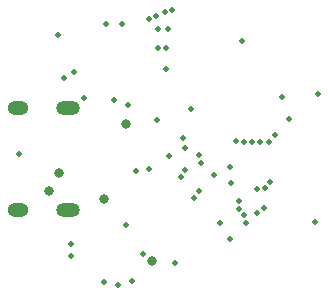
<source format=gbr>
%TF.GenerationSoftware,KiCad,Pcbnew,8.0.7*%
%TF.CreationDate,2025-01-11T23:39:27+09:00*%
%TF.ProjectId,epaper-smart-watch,65706170-6572-42d7-936d-6172742d7761,rev?*%
%TF.SameCoordinates,Original*%
%TF.FileFunction,Copper,L2,Inr*%
%TF.FilePolarity,Positive*%
%FSLAX46Y46*%
G04 Gerber Fmt 4.6, Leading zero omitted, Abs format (unit mm)*
G04 Created by KiCad (PCBNEW 8.0.7) date 2025-01-11 23:39:27*
%MOMM*%
%LPD*%
G01*
G04 APERTURE LIST*
%TA.AperFunction,ComponentPad*%
%ADD10O,2.000000X1.200000*%
%TD*%
%TA.AperFunction,ComponentPad*%
%ADD11O,1.800000X1.200000*%
%TD*%
%TA.AperFunction,ViaPad*%
%ADD12C,0.500000*%
%TD*%
%TA.AperFunction,ViaPad*%
%ADD13C,0.800000*%
%TD*%
G04 APERTURE END LIST*
D10*
%TO.N,N/C*%
%TO.C,P1*%
X135551000Y-91680000D03*
X135551000Y-100320000D03*
D11*
X131371000Y-91680000D03*
X131371000Y-100320000D03*
%TD*%
D12*
%TO.N,GND*%
X134750000Y-85450000D03*
X156500000Y-101300000D03*
X153700000Y-90700000D03*
X149277183Y-96650407D03*
X143900000Y-88370000D03*
X141900000Y-104000000D03*
X145450000Y-95080000D03*
X150300000Y-86000000D03*
X141300000Y-97000000D03*
X140670000Y-91380000D03*
X131390000Y-95560000D03*
X135800000Y-103140000D03*
X136900000Y-90800000D03*
X144650000Y-104800000D03*
X145160000Y-97500000D03*
X156700000Y-90500000D03*
X154300000Y-92600000D03*
D13*
%TO.N,/VBUS*%
X138600001Y-99399999D03*
X133950000Y-98650000D03*
X134800000Y-97151000D03*
X142699990Y-104600000D03*
X140447700Y-93002300D03*
D12*
%TO.N,/EPD_VDD*%
X145459897Y-96911210D03*
X146698823Y-95658541D03*
X140470000Y-101580000D03*
X144382487Y-83335777D03*
X139500000Y-91000000D03*
X142420000Y-96840000D03*
X136033821Y-88566183D03*
X147950000Y-97310000D03*
%TO.N,Net-(PS1-ISET)*%
X138600000Y-106400000D03*
X139780000Y-106640000D03*
%TO.N,/CSB*%
X150495725Y-94497477D03*
X144010000Y-84960000D03*
%TO.N,/DC*%
X143022574Y-83822781D03*
X151854094Y-94491921D03*
%TO.N,/RST_N*%
X152689703Y-97880000D03*
X143219998Y-86600002D03*
%TO.N,/BUSY*%
X142425001Y-84095001D03*
X151180000Y-94510000D03*
%TO.N,/RESR*%
X138760002Y-84580000D03*
X140174822Y-84574822D03*
%TO.N,/BATMS*%
X141010000Y-106300000D03*
X149370000Y-98005000D03*
%TO.N,/NRST*%
X148420000Y-101360000D03*
X146270000Y-99310000D03*
X146803864Y-96300000D03*
%TO.N,/SWDIO*%
X150484857Y-100715737D03*
%TO.N,/SWDCLK*%
X150045439Y-100236765D03*
%TO.N,/BTN_1*%
X153070000Y-93980000D03*
X135200000Y-89099990D03*
%TO.N,/BTN_4*%
X151570000Y-100530000D03*
X135800000Y-104200000D03*
%TO.N,Net-(JP1-A)*%
X143080000Y-92680000D03*
%TO.N,/TXD*%
X152239992Y-98410000D03*
%TO.N,Net-(JP1-B)*%
X146003805Y-91703805D03*
X145280000Y-94220000D03*
%TO.N,/RXD*%
X151570000Y-98500010D03*
%TO.N,/Accel_INT1*%
X150037434Y-99549007D03*
X144100000Y-95700004D03*
%TO.N,/EPD_MOSI*%
X149775380Y-94448885D03*
X143901008Y-86608992D03*
%TO.N,/EPD_SPICL*%
X152560000Y-94530000D03*
X143738845Y-83535723D03*
%TO.N,Net-(J1-Pin_16)*%
X143170028Y-84939986D03*
%TO.N,/VIB*%
X149255876Y-102785876D03*
X150598102Y-101355799D03*
%TO.N,/Accel_CS*%
X146670000Y-98680000D03*
X152190000Y-100120000D03*
%TD*%
M02*

</source>
